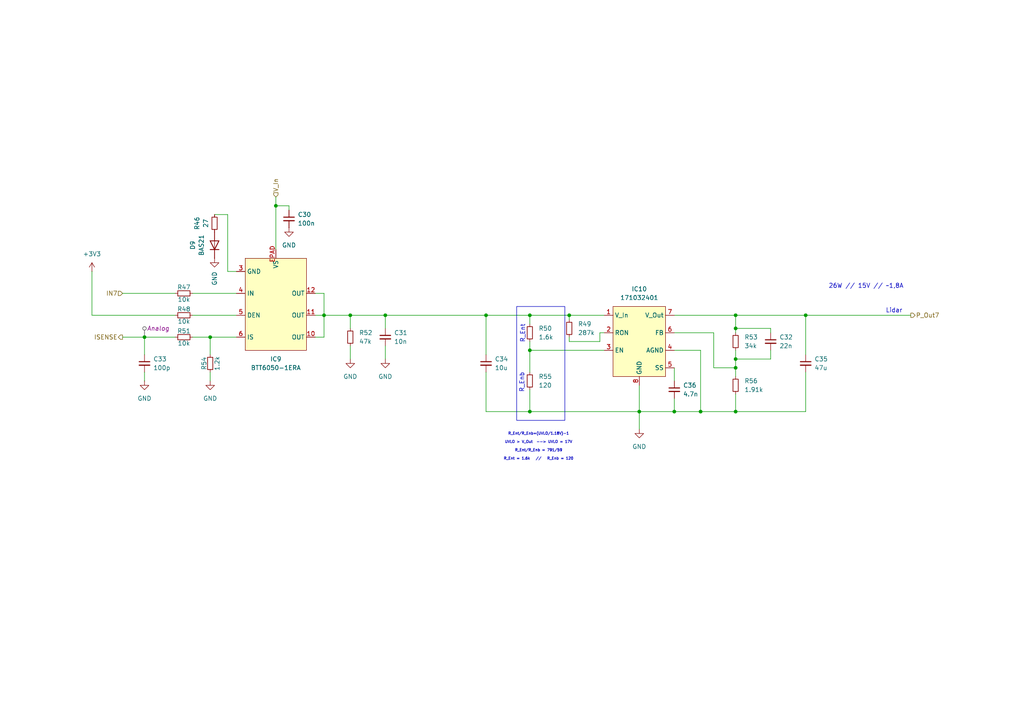
<source format=kicad_sch>
(kicad_sch (version 20231120) (generator "eeschema") (generator_version "8.0")
  (paper "A4")
  (title_block (title "PDU FT25") (date "2024-11-18") (rev "V1.0") (company "Janek Herm") (comment 1 "FaSTTUBe Electronics"))
  (lib_symbols
    (symbol "Device:C_Small" (pin_numbers hide) (pin_names (offset 0.254) hide)
      (property "Reference" "C" (at 0.254 1.778 0))
      (property "Value" "C_Small" (at 0.254 -2.032 0))
      (symbol "C_Small_0_1"
        (polyline (pts (xy -1.524 -0.508) (xy 1.524 -0.508)) (stroke (width 0.3302)))
        (polyline (pts (xy -1.524 0.508) (xy 1.524 0.508)) (stroke (width 0.3048)))
      )
      (symbol "C_Small_1_1"
        (pin passive line (at 0 2.54 270) (length 2.032) (name "~") (number "1"))
        (pin passive line (at 0 -2.54 90) (length 2.032) (name "~") (number "2"))
      )
    )
    (symbol "Device:R_Small" (pin_numbers hide) (pin_names (offset 0.254) hide)
      (property "Reference" "R" (at 0.762 0.508 0))
      (property "Value" "R_Small" (at 0.762 -1.016 0))
      (symbol "R_Small_0_1"
        (rectangle (start -0.762 1.778) (end 0.762 -1.778) (stroke (width 0.2032)))
      )
      (symbol "R_Small_1_1"
        (pin passive line (at 0 2.54 270) (length 0.762) (name "~") (number "1"))
        (pin passive line (at 0 -2.54 90) (length 0.762) (name "~") (number "2"))
      )
    )
    (symbol "Diode:BAS21" (pin_numbers hide) (pin_names hide)
      (property "Reference" "D" (at 0 2.54 0))
      (property "Value" "BAS21" (at 0 -2.54 0))
      (symbol "BAS21_0_1"
        (polyline (pts (xy -1.27 1.27) (xy -1.27 -1.27)) (stroke (width 0.254)))
        (polyline (pts (xy 1.27 0) (xy -1.27 0)))
        (polyline (pts (xy 1.27 1.27) (xy 1.27 -1.27) (xy -1.27 0) (xy 1.27 1.27)) (stroke (width 0.254)))
      )
      (symbol "BAS21_1_1"
        (pin passive line (at 3.81 0 180) (length 2.54) (name "A") (number "1"))
        (pin no_connect line (at -1.27 0 0) (length 2.54) hide (name "NC") (number "2"))
        (pin passive line (at -3.81 0 0) (length 2.54) (name "K") (number "3"))
      )
    )
    (symbol "FaSTTUBe_Power-Switches:BTT6050-1ERA"
      (property "Reference" "IC" (at 0.254 -28.956 0))
      (property "Value" "BTT6050-1ERA" (at 0.508 -31.242 0))
      (symbol "BTT6050-1ERA_1_1"
        (rectangle (start -8.89 -1.27) (end 8.89 -27.94) (fill (type background)))
        (pin passive line (at 11.43 -24.13 180) (length 2.54) (name "OUT") (number "10"))
        (pin passive line (at 11.43 -17.78 180) (length 2.54) (name "OUT") (number "11"))
        (pin power_out line (at 11.43 -11.43 180) (length 2.54) (name "OUT") (number "12"))
        (pin output line (at -11.43 -5.08 0) (length 2.54) (name "GND") (number "3"))
        (pin input line (at -11.43 -11.43 0) (length 2.54) (name "IN") (number "4"))
        (pin input line (at -11.43 -17.78 0) (length 2.54) (name "DEN") (number "5"))
        (pin output line (at -11.43 -24.13 0) (length 2.54) (name "IS") (number "6"))
        (pin input line (at 0 1.27 270) (length 2.54) (name "VS") (number "EPAD"))
      )
    )
    (symbol "FaSTTUBe_Voltage_Regulators:171032401"
      (property "Reference" "IC" (at 0.254 8.636 0))
      (property "Value" "171032401" (at 0.508 6.604 0))
      (symbol "171032401_1_1"
        (rectangle (start -7.62 5.08) (end 7.62 -15.24) (fill (type background)))
        (pin power_in line (at -10.16 2.54 0) (length 2.54) (name "V_In") (number "1"))
        (pin passive line (at -10.16 -2.54 0) (length 2.54) (name "RON") (number "2"))
        (pin passive line (at -10.16 -7.62 0) (length 2.54) (name "EN") (number "3"))
        (pin power_in line (at 10.16 -7.62 180) (length 2.54) (name "AGND") (number "4"))
        (pin passive line (at 10.16 -12.7 180) (length 2.54) (name "SS") (number "5"))
        (pin passive line (at 10.16 -2.54 180) (length 2.54) (name "FB") (number "6"))
        (pin power_out line (at 10.16 2.54 180) (length 2.54) (name "V_Out") (number "7"))
        (pin power_in line (at 0 -17.78 90) (length 2.54) (name "GND") (number "8"))
      )
    )
    (symbol "power:+3.3V" (power) (pin_numbers hide) (pin_names (offset 0) hide)
      (property "Value" "+3.3V" (at 0 3.556 0))
      (symbol "+3.3V_0_1"
        (polyline (pts (xy -0.762 1.27) (xy 0 2.54)))
        (polyline (pts (xy 0 0) (xy 0 2.54)))
        (polyline (pts (xy 0 2.54) (xy 0.762 1.27)))
      )
      (symbol "+3.3V_1_1"
        (pin power_in line (at 0 0 90) (length 0) (name "~") (number "1"))
      )
    )
    (symbol "power:GND" (power) (pin_numbers hide) (pin_names (offset 0) hide)
      (property "Value" "GND" (at 0 -3.81 0))
      (symbol "GND_0_1"
        (polyline (pts (xy 0 0) (xy 0 -1.27) (xy 1.27 -1.27) (xy 0 -2.54) (xy -1.27 -1.27) (xy 0 -1.27)))
      )
      (symbol "GND_1_1"
        (pin power_in line (at 0 0 270) (length 0) (name "~") (number "1"))
      )
    )
  )
  (junction (at 93.98 91.44))
  (junction (at 213.36 119.38))
  (junction (at 213.36 106.68))
  (junction (at 185.42 119.38))
  (junction (at 213.36 91.44))
  (junction (at 233.68 91.44))
  (junction (at 195.58 119.38))
  (junction (at 101.6 91.44))
  (junction (at 153.67 119.38))
  (junction (at 153.67 101.6))
  (junction (at 60.96 97.79))
  (junction (at 41.91 97.79))
  (junction (at 111.76 91.44))
  (junction (at 80.01 59.69))
  (junction (at 140.97 91.44))
  (junction (at 203.2 119.38))
  (junction (at 165.1 91.44))
  (junction (at 213.36 95.25))
  (junction (at 213.36 104.14))
  (junction (at 153.67 91.44))
  (wire (pts (xy 55.88 97.79) (xy 60.96 97.79)))
  (wire (pts (xy 91.44 91.44) (xy 93.98 91.44)))
  (wire (pts (xy 140.97 107.95) (xy 140.97 119.38)))
  (wire (pts (xy 195.58 96.52) (xy 207.01 96.52)))
  (wire (pts (xy 66.04 62.23) (xy 62.23 62.23)))
  (wire (pts (xy 41.91 97.79) (xy 50.8 97.79)))
  (wire (pts (xy 60.96 97.79) (xy 68.58 97.79)))
  (wire (pts (xy 213.36 114.3) (xy 213.36 119.38)))
  (wire (pts (xy 60.96 107.95) (xy 60.96 110.49)))
  (wire (pts (xy 195.58 119.38) (xy 203.2 119.38)))
  (wire (pts (xy 213.36 119.38) (xy 233.68 119.38)))
  (wire (pts (xy 80.01 57.15) (xy 80.01 59.69)))
  (wire (pts (xy 153.67 101.6) (xy 153.67 107.95)))
  (wire (pts (xy 213.36 91.44) (xy 233.68 91.44)))
  (wire (pts (xy 93.98 97.79) (xy 93.98 91.44)))
  (wire (pts (xy 195.58 106.68) (xy 195.58 110.49)))
  (wire (pts (xy 165.1 99.06) (xy 165.1 97.79)))
  (wire (pts (xy 35.56 97.79) (xy 41.91 97.79)))
  (wire (pts (xy 195.58 119.38) (xy 185.42 119.38)))
  (wire (pts (xy 195.58 91.44) (xy 213.36 91.44)))
  (wire (pts (xy 153.67 119.38) (xy 185.42 119.38)))
  (wire (pts (xy 153.67 91.44) (xy 165.1 91.44)))
  (wire (pts (xy 101.6 91.44) (xy 101.6 95.25)))
  (wire (pts (xy 111.76 100.33) (xy 111.76 104.14)))
  (wire (pts (xy 173.99 99.06) (xy 173.99 96.52)))
  (wire (pts (xy 111.76 91.44) (xy 140.97 91.44)))
  (wire (pts (xy 203.2 101.6) (xy 203.2 119.38)))
  (wire (pts (xy 41.91 97.79) (xy 41.91 102.87)))
  (wire (pts (xy 55.88 85.09) (xy 68.58 85.09)))
  (wire (pts (xy 153.67 91.44) (xy 153.67 93.98)))
  (wire (pts (xy 26.67 91.44) (xy 50.8 91.44)))
  (wire (pts (xy 233.68 91.44) (xy 233.68 102.87)))
  (wire (pts (xy 91.44 97.79) (xy 93.98 97.79)))
  (wire (pts (xy 213.36 95.25) (xy 213.36 96.52)))
  (wire (pts (xy 223.52 104.14) (xy 213.36 104.14)))
  (wire (pts (xy 91.44 85.09) (xy 93.98 85.09)))
  (wire (pts (xy 233.68 107.95) (xy 233.68 119.38)))
  (wire (pts (xy 213.36 101.6) (xy 213.36 104.14)))
  (wire (pts (xy 111.76 91.44) (xy 111.76 95.25)))
  (wire (pts (xy 195.58 115.57) (xy 195.58 119.38)))
  (wire (pts (xy 140.97 91.44) (xy 153.67 91.44)))
  (wire (pts (xy 207.01 96.52) (xy 207.01 106.68)))
  (wire (pts (xy 153.67 101.6) (xy 175.26 101.6)))
  (wire (pts (xy 153.67 99.06) (xy 153.67 101.6)))
  (wire (pts (xy 203.2 119.38) (xy 213.36 119.38)))
  (wire (pts (xy 101.6 100.33) (xy 101.6 104.14)))
  (wire (pts (xy 223.52 95.25) (xy 223.52 96.52)))
  (wire (pts (xy 55.88 91.44) (xy 68.58 91.44)))
  (wire (pts (xy 223.52 101.6) (xy 223.52 104.14)))
  (wire (pts (xy 93.98 91.44) (xy 101.6 91.44)))
  (wire (pts (xy 66.04 62.23) (xy 66.04 78.74)))
  (wire (pts (xy 83.82 59.69) (xy 80.01 59.69)))
  (wire (pts (xy 80.01 59.69) (xy 80.01 72.39)))
  (wire (pts (xy 207.01 106.68) (xy 213.36 106.68)))
  (wire (pts (xy 140.97 91.44) (xy 140.97 102.87)))
  (wire (pts (xy 233.68 91.44) (xy 264.16 91.44)))
  (wire (pts (xy 165.1 99.06) (xy 173.99 99.06)))
  (wire (pts (xy 26.67 91.44) (xy 26.67 78.74)))
  (wire (pts (xy 93.98 85.09) (xy 93.98 91.44)))
  (wire (pts (xy 60.96 97.79) (xy 60.96 102.87)))
  (wire (pts (xy 173.99 96.52) (xy 175.26 96.52)))
  (wire (pts (xy 35.56 85.09) (xy 50.8 85.09)))
  (wire (pts (xy 153.67 113.03) (xy 153.67 119.38)))
  (wire (pts (xy 140.97 119.38) (xy 153.67 119.38)))
  (wire (pts (xy 185.42 111.76) (xy 185.42 119.38)))
  (wire (pts (xy 185.42 119.38) (xy 185.42 124.46)))
  (wire (pts (xy 101.6 91.44) (xy 111.76 91.44)))
  (wire (pts (xy 213.36 91.44) (xy 213.36 95.25)))
  (wire (pts (xy 66.04 78.74) (xy 68.58 78.74)))
  (wire (pts (xy 41.91 107.95) (xy 41.91 110.49)))
  (wire (pts (xy 165.1 91.44) (xy 175.26 91.44)))
  (wire (pts (xy 195.58 101.6) (xy 203.2 101.6)))
  (wire (pts (xy 213.36 104.14) (xy 213.36 106.68)))
  (wire (pts (xy 213.36 95.25) (xy 223.52 95.25)))
  (wire (pts (xy 165.1 91.44) (xy 165.1 92.71)))
  (wire (pts (xy 213.36 106.68) (xy 213.36 109.22)))
  (wire (pts (xy 83.82 59.69) (xy 83.82 60.96)))
  (rectangle (start 149.86 88.9) (end 163.83 121.92))
  (text "R_Ent/R_Enb=(UVLO/1.18V)-1\n\nUVLO > V_Out  --> UVLO = 17V\n\nR_Ent/R_Enb = 791/59\n\nR_Ent = 1.6k   //   R_Enb = 120" (at 156.21 125.476 0) (effects (font (size 0.75 0.75)) (justify top)))
  (text "R_Enb" (at 151.384 110.998 90) (effects (font (size 1.27 1.27))))
  (text "R_Ent" (at 151.638 96.774 90) (effects (font (size 1.27 1.27))))
  (text "26W // 15V // ~1,8A" (at 251.206 83.058 0) (effects (font (size 1.27 1.27))))
  (text "Lidar" (at 259.334 90.17 0) (effects (font (size 1.27 1.27))))
  (hierarchical_label "P_Out7" (shape output) (at 264.16 91.44 0))
  (hierarchical_label "IN7" (shape input) (at 35.56 85.09 180))
  (hierarchical_label "V_In" (shape input) (at 80.01 57.15 90))
  (hierarchical_label "ISENSE" (shape output) (at 35.56 97.79 180))
  (netclass_flag "" (length 2.54) (shape round) (at 41.91 97.79 0) (property "Netclass" "Analog" (at 42.6085 95.25 0) (effects (font (italic yes)) (justify left))))
  (symbol (lib_id "Device:C_Small") (at 111.76 97.79 0) (unit 1)
    (property "Reference" "C31" (at 114.3 96.5262 0) (effects (justify left)))
    (property "Value" "10n" (at 114.3 99.0662 0) (effects (justify left)))
    (property "Footprint" "Capacitor_SMD:C_0603_1608Metric_Pad1.08x0.95mm_HandSolder" (effects (hide yes)))
    (property "Description" "Unpolarized capacitor, small symbol" (effects (hide yes)))
  )
  (symbol (lib_id "FaSTTUBe_Voltage_Regulators:171032401") (at 185.42 93.98 0) (unit 1)
    (property "Reference" "IC10" (at 185.42 83.82 0))
    (property "Value" "171032401" (at 185.42 86.36 0))
    (property "Footprint" "171032401:171032401" (effects (hide yes)))
    (property "Datasheet" "https://www.we-online.com/components/products/datasheet/171032401.pdf" (effects (hide yes)))
  )
  (symbol (lib_id "FaSTTUBe_Power-Switches:BTT6050-1ERA") (at 80.01 73.66 0) (unit 1)
    (property "Reference" "IC9" (at 80.01 104.14 0))
    (property "Value" "BTT6050-1ERA" (at 80.01 106.68 0))
    (property "Footprint" "BTT6010-1ERB:SOIC14_BTT6010-1ERB_INF" (effects (hide yes)))
    (property "Datasheet" "https://www.infineon.com/dgdl/Infineon-BTT6050-1ERA-DS-v01_00-EN.pdf?fileId=5546d46269e1c019016a21fa5b7a0d8a" (effects (hide yes)))
  )
  (symbol (lib_id "Device:C_Small") (at 233.68 105.41 0) (unit 1)
    (property "Reference" "C35" (at 236.22 104.1462 0) (effects (justify left)))
    (property "Value" "47u" (at 236.22 106.6862 0) (effects (justify left)))
    (property "Footprint" "Capacitor_SMD:C_1206_3216Metric_Pad1.33x1.80mm_HandSolder" (effects (hide yes)))
    (property "Description" "Unpolarized capacitor, small symbol" (effects (hide yes)))
  )
  (symbol (lib_id "Device:R_Small") (at 53.34 91.44 270) (unit 1)
    (property "Reference" "R48" (at 53.34 89.662 90))
    (property "Value" "10k" (at 53.34 93.218 90))
    (property "Footprint" "Resistor_SMD:R_0603_1608Metric_Pad0.98x0.95mm_HandSolder" (effects (hide yes)))
    (property "Description" "Resistor, small symbol" (effects (hide yes)))
  )
  (symbol (lib_id "power:GND") (at 83.82 66.04 0) (unit 1)
    (property "Reference" "#PWR081" (effects (hide yes)))
    (property "Value" "GND" (at 83.82 71.12 0))
    (property "Description" "Power symbol creates a global label with name \"GND\" , ground" (effects (hide yes)))
  )
  (symbol (lib_id "Device:R_Small") (at 213.36 99.06 0) (unit 1)
    (property "Reference" "R53" (at 215.9 97.7899 0) (effects (justify left)))
    (property "Value" "34k" (at 215.9 100.3299 0) (effects (justify left)))
    (property "Footprint" "Resistor_SMD:R_0805_2012Metric_Pad1.20x1.40mm_HandSolder" (effects (hide yes)))
    (property "Description" "Resistor, small symbol" (effects (hide yes)))
  )
  (symbol (lib_id "power:GND") (at 60.96 110.49 0) (unit 1)
    (property "Reference" "#PWR087" (effects (hide yes)))
    (property "Value" "GND" (at 60.96 115.57 0))
    (property "Description" "Power symbol creates a global label with name \"GND\" , ground" (effects (hide yes)))
  )
  (symbol (lib_id "power:+3.3V") (at 26.67 78.74 0) (unit 1)
    (property "Reference" "#PWR083" (effects (hide yes)))
    (property "Value" "+3V3" (at 26.67 73.66 0))
    (property "Description" "Power symbol creates a global label with name \"+3.3V\"" (effects (hide yes)))
  )
  (symbol (lib_id "Device:R_Small") (at 53.34 97.79 270) (unit 1)
    (property "Reference" "R51" (at 53.34 96.012 90))
    (property "Value" "10k" (at 53.34 99.568 90))
    (property "Footprint" "Resistor_SMD:R_0603_1608Metric_Pad0.98x0.95mm_HandSolder" (effects (hide yes)))
    (property "Description" "Resistor, small symbol" (effects (hide yes)))
  )
  (symbol (lib_id "Device:R_Small") (at 60.96 105.41 0) (unit 1)
    (property "Reference" "R54" (at 59.182 105.41 90))
    (property "Value" "1.2k" (at 62.992 105.41 90))
    (property "Footprint" "Resistor_SMD:R_0603_1608Metric_Pad0.98x0.95mm_HandSolder" (effects (hide yes)))
    (property "Description" "Resistor, small symbol" (effects (hide yes)))
  )
  (symbol (lib_id "Device:R_Small") (at 101.6 97.79 0) (unit 1)
    (property "Reference" "R52" (at 104.14 96.5199 0) (effects (justify left)))
    (property "Value" "47k" (at 104.14 99.0599 0) (effects (justify left)))
    (property "Footprint" "Resistor_SMD:R_0603_1608Metric_Pad0.98x0.95mm_HandSolder" (effects (hide yes)))
    (property "Description" "Resistor, small symbol" (effects (hide yes)))
  )
  (symbol (lib_id "Device:R_Small") (at 53.34 85.09 270) (unit 1)
    (property "Reference" "R47" (at 53.34 83.312 90))
    (property "Value" "10k" (at 53.34 86.868 90))
    (property "Footprint" "Resistor_SMD:R_0603_1608Metric_Pad0.98x0.95mm_HandSolder" (effects (hide yes)))
    (property "Description" "Resistor, small symbol" (effects (hide yes)))
  )
  (symbol (lib_id "Device:C_Small") (at 140.97 105.41 0) (unit 1)
    (property "Reference" "C34" (at 143.51 104.1462 0) (effects (justify left)))
    (property "Value" "10u" (at 143.51 106.6862 0) (effects (justify left)))
    (property "Footprint" "Capacitor_SMD:C_1206_3216Metric_Pad1.33x1.80mm_HandSolder" (effects (hide yes)))
    (property "Description" "Unpolarized capacitor, small symbol" (effects (hide yes)))
  )
  (symbol (lib_id "power:GND") (at 41.91 110.49 0) (unit 1)
    (property "Reference" "#PWR086" (effects (hide yes)))
    (property "Value" "GND" (at 41.91 115.57 0))
    (property "Description" "Power symbol creates a global label with name \"GND\" , ground" (effects (hide yes)))
  )
  (symbol (lib_id "power:GND") (at 62.23 74.93 0) (unit 1)
    (property "Reference" "#PWR082" (effects (hide yes)))
    (property "Value" "GND" (at 62.2299 78.74 90) (effects (justify right)))
    (property "Description" "Power symbol creates a global label with name \"GND\" , ground" (effects (hide yes)))
  )
  (symbol (lib_id "Diode:BAS21") (at 62.23 71.12 90) (unit 1)
    (property "Reference" "D9" (at 55.88 71.12 0))
    (property "Value" "BAS21" (at 58.42 71.12 0))
    (property "Footprint" "Package_TO_SOT_SMD:SOT-23" (effects (hide yes)))
    (property "Datasheet" "https://www.diodes.com/assets/Datasheets/Ds12004.pdf" (effects (hide yes)))
    (property "Description" "250V, 0.4A, High-speed Switching Diode, SOT-23" (effects (hide yes)))
  )
  (symbol (lib_id "Device:R_Small") (at 213.36 111.76 0) (unit 1)
    (property "Reference" "R56" (at 215.9 110.4899 0) (effects (justify left)))
    (property "Value" "1.91k" (at 215.9 113.0299 0) (effects (justify left)))
    (property "Footprint" "Resistor_SMD:R_0805_2012Metric_Pad1.20x1.40mm_HandSolder" (effects (hide yes)))
    (property "Description" "Resistor, small symbol" (effects (hide yes)))
  )
  (symbol (lib_id "power:GND") (at 101.6 104.14 0) (unit 1)
    (property "Reference" "#PWR084" (effects (hide yes)))
    (property "Value" "GND" (at 101.6 109.22 0))
    (property "Description" "Power symbol creates a global label with name \"GND\" , ground" (effects (hide yes)))
  )
  (symbol (lib_id "Device:R_Small") (at 153.67 110.49 0) (unit 1)
    (property "Reference" "R55" (at 156.21 109.2199 0) (effects (justify left)))
    (property "Value" "120" (at 156.21 111.7599 0) (effects (justify left)))
    (property "Footprint" "Resistor_SMD:R_0805_2012Metric_Pad1.20x1.40mm_HandSolder" (effects (hide yes)))
    (property "Description" "Resistor, small symbol" (effects (hide yes)))
  )
  (symbol (lib_id "Device:R_Small") (at 165.1 95.25 0) (unit 1)
    (property "Reference" "R49" (at 167.64 93.9799 0) (effects (justify left)))
    (property "Value" "287k" (at 167.64 96.5199 0) (effects (justify left)))
    (property "Footprint" "Resistor_SMD:R_0805_2012Metric_Pad1.20x1.40mm_HandSolder" (effects (hide yes)))
    (property "Description" "Resistor, small symbol" (effects (hide yes)))
  )
  (symbol (lib_id "Device:C_Small") (at 83.82 63.5 0) (unit 1)
    (property "Reference" "C30" (at 86.36 62.2362 0) (effects (justify left)))
    (property "Value" "100n" (at 86.36 64.7762 0) (effects (justify left)))
    (property "Footprint" "Capacitor_SMD:C_0603_1608Metric_Pad1.08x0.95mm_HandSolder" (effects (hide yes)))
    (property "Description" "Unpolarized capacitor, small symbol" (effects (hide yes)))
  )
  (symbol (lib_id "Device:R_Small") (at 62.23 64.77 180) (unit 1)
    (property "Reference" "R46" (at 57.15 64.77 90))
    (property "Value" "27" (at 59.69 64.77 90))
    (property "Footprint" "Resistor_SMD:R_0603_1608Metric_Pad0.98x0.95mm_HandSolder" (effects (hide yes)))
    (property "Description" "Resistor, small symbol" (effects (hide yes)))
  )
  (symbol (lib_id "Device:C_Small") (at 195.58 113.03 0) (unit 1)
    (property "Reference" "C36" (at 198.12 111.7662 0) (effects (justify left)))
    (property "Value" "4.7n" (at 198.12 114.3062 0) (effects (justify left)))
    (property "Footprint" "Capacitor_SMD:C_0805_2012Metric_Pad1.18x1.45mm_HandSolder" (effects (hide yes)))
    (property "Description" "Unpolarized capacitor, small symbol" (effects (hide yes)))
  )
  (symbol (lib_id "power:GND") (at 111.76 104.14 0) (unit 1)
    (property "Reference" "#PWR085" (effects (hide yes)))
    (property "Value" "GND" (at 111.76 109.22 0))
    (property "Description" "Power symbol creates a global label with name \"GND\" , ground" (effects (hide yes)))
  )
  (symbol (lib_id "Device:C_Small") (at 41.91 105.41 0) (unit 1)
    (property "Reference" "C33" (at 44.45 104.1462 0) (effects (justify left)))
    (property "Value" "100p" (at 44.45 106.6862 0) (effects (justify left)))
    (property "Footprint" "Capacitor_SMD:C_0603_1608Metric_Pad1.08x0.95mm_HandSolder" (effects (hide yes)))
    (property "Description" "Unpolarized capacitor, small symbol" (effects (hide yes)))
  )
  (symbol (lib_id "Device:R_Small") (at 153.67 96.52 0) (unit 1)
    (property "Reference" "R50" (at 156.21 95.2499 0) (effects (justify left)))
    (property "Value" "1.6k" (at 156.21 97.7899 0) (effects (justify left)))
    (property "Footprint" "Resistor_SMD:R_0805_2012Metric_Pad1.20x1.40mm_HandSolder" (effects (hide yes)))
    (property "Description" "Resistor, small symbol" (effects (hide yes)))
  )
  (symbol (lib_id "Device:C_Small") (at 223.52 99.06 0) (unit 1)
    (property "Reference" "C32" (at 226.06 97.7962 0) (effects (justify left)))
    (property "Value" "22n" (at 226.06 100.3362 0) (effects (justify left)))
    (property "Footprint" "Capacitor_SMD:C_0805_2012Metric_Pad1.18x1.45mm_HandSolder" (effects (hide yes)))
    (property "Description" "Unpolarized capacitor, small symbol" (effects (hide yes)))
  )
  (symbol (lib_id "power:GND") (at 185.42 124.46 0) (unit 1)
    (property "Reference" "#PWR088" (effects (hide yes)))
    (property "Value" "GND" (at 185.42 129.54 0))
    (property "Description" "Power symbol creates a global label with name \"GND\" , ground" (effects (hide yes)))
  )
)
</source>
